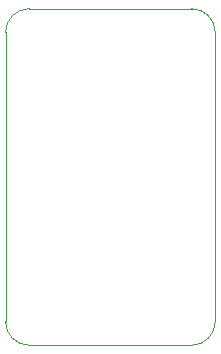
<source format=gm1>
G04 #@! TF.GenerationSoftware,KiCad,Pcbnew,9.0.3*
G04 #@! TF.CreationDate,2025-09-05T20:04:58+02:00*
G04 #@! TF.ProjectId,SwitchHolderAdapter,53776974-6368-4486-9f6c-646572416461,rev?*
G04 #@! TF.SameCoordinates,Original*
G04 #@! TF.FileFunction,Profile,NP*
%FSLAX46Y46*%
G04 Gerber Fmt 4.6, Leading zero omitted, Abs format (unit mm)*
G04 Created by KiCad (PCBNEW 9.0.3) date 2025-09-05 20:04:58*
%MOMM*%
%LPD*%
G01*
G04 APERTURE LIST*
G04 #@! TA.AperFunction,Profile*
%ADD10C,0.050000*%
G04 #@! TD*
G04 APERTURE END LIST*
D10*
X151750000Y-73500000D02*
G75*
G02*
X153750000Y-75500000I0J-2000000D01*
G01*
X136000000Y-75500000D02*
G75*
G02*
X138000000Y-73500000I2000000J0D01*
G01*
X153750000Y-100000000D02*
G75*
G02*
X151750000Y-102000000I-2000000J0D01*
G01*
X138000000Y-102000000D02*
G75*
G02*
X136000000Y-100000000I0J2000000D01*
G01*
X138000000Y-73500000D02*
X151750000Y-73500000D01*
X153750000Y-75500000D02*
X153750000Y-100000000D01*
X136000000Y-100000000D02*
X136000000Y-75500000D01*
X151750000Y-102000000D02*
X138000000Y-102000000D01*
M02*

</source>
